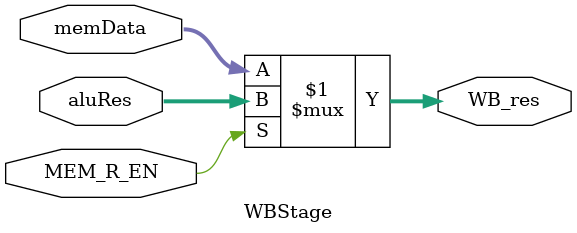
<source format=v>


module WBStage (MEM_R_EN, memData, aluRes, WB_res);
  input MEM_R_EN;
  input [31:0] memData, aluRes;
  output [31:0] WB_res;

  assign WB_res = (MEM_R_EN) ? aluRes : memData;
endmodule // WBStage
</source>
